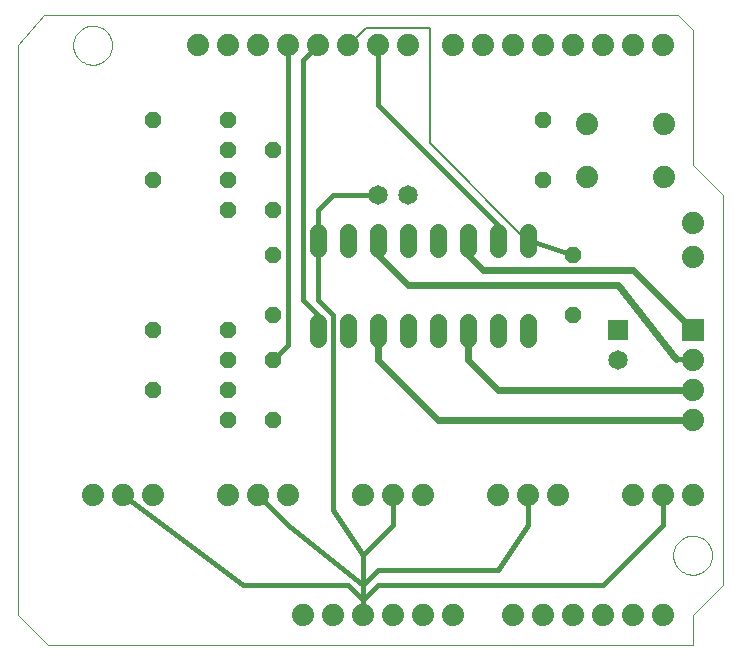
<source format=gtl>
G75*
G70*
%OFA0B0*%
%FSLAX24Y24*%
%IPPOS*%
%LPD*%
%AMOC8*
5,1,8,0,0,1.08239X$1,22.5*
%
%ADD10C,0.0000*%
%ADD11C,0.0560*%
%ADD12OC8,0.0560*%
%ADD13R,0.0740X0.0740*%
%ADD14C,0.0740*%
%ADD15R,0.0650X0.0650*%
%ADD16C,0.0650*%
%ADD17C,0.0160*%
%ADD18C,0.0240*%
%ADD19C,0.0080*%
D10*
X006259Y001685D02*
X006259Y020681D01*
X007129Y021681D01*
X027629Y021685D01*
X028259Y021685D01*
X028759Y021185D01*
X028759Y016685D01*
X029759Y015685D01*
X029759Y002685D01*
X028759Y001685D01*
X028759Y000685D01*
X007259Y000685D01*
X006259Y001685D01*
X028109Y003685D02*
X028111Y003735D01*
X028117Y003785D01*
X028127Y003835D01*
X028140Y003883D01*
X028157Y003931D01*
X028178Y003977D01*
X028202Y004021D01*
X028230Y004063D01*
X028261Y004103D01*
X028295Y004140D01*
X028332Y004175D01*
X028371Y004206D01*
X028412Y004235D01*
X028456Y004260D01*
X028502Y004282D01*
X028549Y004300D01*
X028597Y004314D01*
X028646Y004325D01*
X028696Y004332D01*
X028746Y004335D01*
X028797Y004334D01*
X028847Y004329D01*
X028897Y004320D01*
X028945Y004308D01*
X028993Y004291D01*
X029039Y004271D01*
X029084Y004248D01*
X029127Y004221D01*
X029167Y004191D01*
X029205Y004158D01*
X029240Y004122D01*
X029273Y004083D01*
X029302Y004042D01*
X029328Y003999D01*
X029351Y003954D01*
X029370Y003907D01*
X029385Y003859D01*
X029397Y003810D01*
X029405Y003760D01*
X029409Y003710D01*
X029409Y003660D01*
X029405Y003610D01*
X029397Y003560D01*
X029385Y003511D01*
X029370Y003463D01*
X029351Y003416D01*
X029328Y003371D01*
X029302Y003328D01*
X029273Y003287D01*
X029240Y003248D01*
X029205Y003212D01*
X029167Y003179D01*
X029127Y003149D01*
X029084Y003122D01*
X029039Y003099D01*
X028993Y003079D01*
X028945Y003062D01*
X028897Y003050D01*
X028847Y003041D01*
X028797Y003036D01*
X028746Y003035D01*
X028696Y003038D01*
X028646Y003045D01*
X028597Y003056D01*
X028549Y003070D01*
X028502Y003088D01*
X028456Y003110D01*
X028412Y003135D01*
X028371Y003164D01*
X028332Y003195D01*
X028295Y003230D01*
X028261Y003267D01*
X028230Y003307D01*
X028202Y003349D01*
X028178Y003393D01*
X028157Y003439D01*
X028140Y003487D01*
X028127Y003535D01*
X028117Y003585D01*
X028111Y003635D01*
X028109Y003685D01*
X008109Y020685D02*
X008111Y020735D01*
X008117Y020785D01*
X008127Y020835D01*
X008140Y020883D01*
X008157Y020931D01*
X008178Y020977D01*
X008202Y021021D01*
X008230Y021063D01*
X008261Y021103D01*
X008295Y021140D01*
X008332Y021175D01*
X008371Y021206D01*
X008412Y021235D01*
X008456Y021260D01*
X008502Y021282D01*
X008549Y021300D01*
X008597Y021314D01*
X008646Y021325D01*
X008696Y021332D01*
X008746Y021335D01*
X008797Y021334D01*
X008847Y021329D01*
X008897Y021320D01*
X008945Y021308D01*
X008993Y021291D01*
X009039Y021271D01*
X009084Y021248D01*
X009127Y021221D01*
X009167Y021191D01*
X009205Y021158D01*
X009240Y021122D01*
X009273Y021083D01*
X009302Y021042D01*
X009328Y020999D01*
X009351Y020954D01*
X009370Y020907D01*
X009385Y020859D01*
X009397Y020810D01*
X009405Y020760D01*
X009409Y020710D01*
X009409Y020660D01*
X009405Y020610D01*
X009397Y020560D01*
X009385Y020511D01*
X009370Y020463D01*
X009351Y020416D01*
X009328Y020371D01*
X009302Y020328D01*
X009273Y020287D01*
X009240Y020248D01*
X009205Y020212D01*
X009167Y020179D01*
X009127Y020149D01*
X009084Y020122D01*
X009039Y020099D01*
X008993Y020079D01*
X008945Y020062D01*
X008897Y020050D01*
X008847Y020041D01*
X008797Y020036D01*
X008746Y020035D01*
X008696Y020038D01*
X008646Y020045D01*
X008597Y020056D01*
X008549Y020070D01*
X008502Y020088D01*
X008456Y020110D01*
X008412Y020135D01*
X008371Y020164D01*
X008332Y020195D01*
X008295Y020230D01*
X008261Y020267D01*
X008230Y020307D01*
X008202Y020349D01*
X008178Y020393D01*
X008157Y020439D01*
X008140Y020487D01*
X008127Y020535D01*
X008117Y020585D01*
X008111Y020635D01*
X008109Y020685D01*
D11*
X016259Y014465D02*
X016259Y013905D01*
X017259Y013905D02*
X017259Y014465D01*
X018259Y014465D02*
X018259Y013905D01*
X019259Y013905D02*
X019259Y014465D01*
X020259Y014465D02*
X020259Y013905D01*
X021259Y013905D02*
X021259Y014465D01*
X022259Y014465D02*
X022259Y013905D01*
X023259Y013905D02*
X023259Y014465D01*
X023259Y011465D02*
X023259Y010905D01*
X022259Y010905D02*
X022259Y011465D01*
X021259Y011465D02*
X021259Y010905D01*
X020259Y010905D02*
X020259Y011465D01*
X019259Y011465D02*
X019259Y010905D01*
X018259Y010905D02*
X018259Y011465D01*
X017259Y011465D02*
X017259Y010905D01*
X016259Y010905D02*
X016259Y011465D01*
D12*
X014759Y011685D03*
X013259Y011185D03*
X013259Y010185D03*
X013259Y009185D03*
X014759Y010185D03*
X014759Y008185D03*
X013259Y008185D03*
X010759Y009185D03*
X010759Y011185D03*
X014759Y013685D03*
X014759Y015185D03*
X013259Y015185D03*
X013259Y016185D03*
X013259Y017185D03*
X013259Y018185D03*
X014759Y017185D03*
X010759Y016185D03*
X010759Y018185D03*
X023759Y018185D03*
X023759Y016185D03*
X024759Y013685D03*
X024759Y011685D03*
D13*
X028759Y011185D03*
D14*
X028759Y010185D03*
X028759Y009185D03*
X028759Y008185D03*
X028759Y005685D03*
X027759Y005685D03*
X026759Y005685D03*
X024259Y005685D03*
X023259Y005685D03*
X022259Y005685D03*
X019759Y005685D03*
X018759Y005685D03*
X017759Y005685D03*
X015259Y005685D03*
X014259Y005685D03*
X013259Y005685D03*
X010759Y005685D03*
X009759Y005685D03*
X008759Y005685D03*
X015759Y001685D03*
X016759Y001685D03*
X017759Y001685D03*
X018759Y001685D03*
X019759Y001685D03*
X020759Y001685D03*
X022759Y001685D03*
X023759Y001685D03*
X024759Y001685D03*
X025759Y001685D03*
X026759Y001685D03*
X027759Y001685D03*
X028759Y013615D03*
X028759Y014755D03*
X027789Y016295D03*
X027789Y018075D03*
X025229Y018075D03*
X025229Y016295D03*
X024759Y020685D03*
X025759Y020685D03*
X026759Y020685D03*
X027759Y020685D03*
X023759Y020685D03*
X022759Y020685D03*
X021759Y020685D03*
X020759Y020685D03*
X019259Y020685D03*
X018259Y020685D03*
X017259Y020685D03*
X016259Y020685D03*
X015259Y020685D03*
X014259Y020685D03*
X013259Y020685D03*
X012259Y020685D03*
D15*
X026259Y011185D03*
D16*
X026259Y010185D03*
X019259Y015685D03*
X018259Y015685D03*
D17*
X016759Y015685D01*
X016259Y015185D01*
X016259Y014185D01*
X016259Y012185D01*
X016759Y011685D01*
X016759Y005185D01*
X017759Y003685D01*
X018759Y004685D01*
X018759Y005685D01*
X017759Y003685D02*
X017759Y002685D01*
X018259Y003185D01*
X022259Y003185D01*
X023259Y004685D01*
X023259Y005685D01*
X025759Y002685D02*
X018259Y002685D01*
X017759Y002185D01*
X017759Y002685D01*
X015259Y004685D01*
X014259Y005685D01*
X013759Y002685D02*
X017259Y002685D01*
X017759Y002185D01*
X017759Y001685D01*
X013759Y002685D02*
X009759Y005685D01*
X014759Y010185D02*
X015259Y010685D01*
X015259Y020685D01*
X015759Y020185D02*
X016259Y020685D01*
X015759Y020185D02*
X015759Y012185D01*
X016259Y011685D01*
X016259Y011185D01*
X022259Y014185D02*
X022259Y014685D01*
X018259Y018685D01*
X018259Y020685D01*
X023259Y014185D02*
X024759Y013685D01*
X028209Y010235D02*
X028759Y010185D01*
X027759Y005685D02*
X027759Y004685D01*
X025759Y002685D01*
D18*
X028759Y008185D02*
X020259Y008185D01*
X018259Y010185D01*
X018259Y011185D01*
X019259Y012685D02*
X018259Y013685D01*
X018259Y014185D01*
X019259Y012685D02*
X026259Y012685D01*
X028209Y010235D01*
X028759Y011185D02*
X026759Y013185D01*
X021759Y013185D01*
X021259Y013685D01*
X021259Y014185D01*
X021259Y011185D02*
X021259Y010185D01*
X022259Y009185D01*
X028759Y009185D01*
D19*
X023299Y014205D02*
X023259Y014185D01*
X023219Y014205D01*
X020009Y017415D01*
X020009Y021245D01*
X017859Y021245D01*
X017299Y020685D01*
X017259Y020685D01*
M02*

</source>
